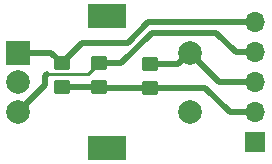
<source format=gbr>
%TF.GenerationSoftware,KiCad,Pcbnew,7.0.6*%
%TF.CreationDate,2023-09-12T23:14:46-07:00*%
%TF.ProjectId,Rotary Encoder Board,526f7461-7279-4204-956e-636f64657220,rev?*%
%TF.SameCoordinates,Original*%
%TF.FileFunction,Copper,L2,Bot*%
%TF.FilePolarity,Positive*%
%FSLAX46Y46*%
G04 Gerber Fmt 4.6, Leading zero omitted, Abs format (unit mm)*
G04 Created by KiCad (PCBNEW 7.0.6) date 2023-09-12 23:14:46*
%MOMM*%
%LPD*%
G01*
G04 APERTURE LIST*
G04 Aperture macros list*
%AMRoundRect*
0 Rectangle with rounded corners*
0 $1 Rounding radius*
0 $2 $3 $4 $5 $6 $7 $8 $9 X,Y pos of 4 corners*
0 Add a 4 corners polygon primitive as box body*
4,1,4,$2,$3,$4,$5,$6,$7,$8,$9,$2,$3,0*
0 Add four circle primitives for the rounded corners*
1,1,$1+$1,$2,$3*
1,1,$1+$1,$4,$5*
1,1,$1+$1,$6,$7*
1,1,$1+$1,$8,$9*
0 Add four rect primitives between the rounded corners*
20,1,$1+$1,$2,$3,$4,$5,0*
20,1,$1+$1,$4,$5,$6,$7,0*
20,1,$1+$1,$6,$7,$8,$9,0*
20,1,$1+$1,$8,$9,$2,$3,0*%
G04 Aperture macros list end*
%TA.AperFunction,ComponentPad*%
%ADD10R,2.000000X2.000000*%
%TD*%
%TA.AperFunction,ComponentPad*%
%ADD11C,2.000000*%
%TD*%
%TA.AperFunction,ComponentPad*%
%ADD12R,3.200000X2.000000*%
%TD*%
%TA.AperFunction,SMDPad,CuDef*%
%ADD13RoundRect,0.250000X-0.450000X0.350000X-0.450000X-0.350000X0.450000X-0.350000X0.450000X0.350000X0*%
%TD*%
%TA.AperFunction,ComponentPad*%
%ADD14R,1.700000X1.700000*%
%TD*%
%TA.AperFunction,ComponentPad*%
%ADD15O,1.700000X1.700000*%
%TD*%
%TA.AperFunction,Conductor*%
%ADD16C,0.508000*%
%TD*%
%TA.AperFunction,Conductor*%
%ADD17C,0.250000*%
%TD*%
G04 APERTURE END LIST*
D10*
%TO.P,SW1,A,A*%
%TO.N,/CLK*%
X132089000Y-84507000D03*
D11*
%TO.P,SW1,B,B*%
%TO.N,/DT*%
X132089000Y-89507000D03*
%TO.P,SW1,C,C*%
%TO.N,GND*%
X132089000Y-87007000D03*
D12*
%TO.P,SW1,MP*%
X139589000Y-81407000D03*
X139589000Y-92607000D03*
D11*
%TO.P,SW1,S1,S1*%
X146589000Y-89507000D03*
%TO.P,SW1,S2,S2*%
%TO.N,/SW*%
X146589000Y-84507000D03*
%TD*%
D13*
%TO.P,R1,1*%
%TO.N,/DT*%
X138897831Y-85400000D03*
%TO.P,R1,2*%
%TO.N,+5V*%
X138897831Y-87400000D03*
%TD*%
%TO.P,R2,1*%
%TO.N,/CLK*%
X135763000Y-85412500D03*
%TO.P,R2,2*%
%TO.N,+5V*%
X135763000Y-87412500D03*
%TD*%
D14*
%TO.P,J1,1,Pin_1*%
%TO.N,GND*%
X152151190Y-92110000D03*
D15*
%TO.P,J1,2,Pin_2*%
%TO.N,+5V*%
X152151190Y-89570000D03*
%TO.P,J1,3,Pin_3*%
%TO.N,/SW*%
X152151190Y-87030000D03*
%TO.P,J1,4,Pin_4*%
%TO.N,/DT*%
X152151190Y-84490000D03*
%TO.P,J1,5,Pin_5*%
%TO.N,/CLK*%
X152151190Y-81950000D03*
%TD*%
D13*
%TO.P,R3,1*%
%TO.N,/SW*%
X143256000Y-85487000D03*
%TO.P,R3,2*%
%TO.N,+5V*%
X143256000Y-87487000D03*
%TD*%
D16*
%TO.N,+5V*%
X147939000Y-87487000D02*
X143256000Y-87487000D01*
X143256000Y-87487000D02*
X138984831Y-87487000D01*
X152151190Y-89570000D02*
X150022000Y-89570000D01*
X135775500Y-87400000D02*
X135763000Y-87412500D01*
X150022000Y-89570000D02*
X147939000Y-87487000D01*
X138984831Y-87487000D02*
X138897831Y-87400000D01*
X138897831Y-87400000D02*
X135775500Y-87400000D01*
%TO.N,/SW*%
X149112000Y-87030000D02*
X146589000Y-84507000D01*
X143256000Y-85487000D02*
X145609000Y-85487000D01*
X152151190Y-87030000D02*
X149112000Y-87030000D01*
X145609000Y-85487000D02*
X146589000Y-84507000D01*
%TO.N,/DT*%
X134366000Y-86487000D02*
X134515500Y-86337500D01*
D17*
X137960331Y-86337500D02*
X138897831Y-85400000D01*
D16*
X140787000Y-85400000D02*
X138897831Y-85400000D01*
X143383000Y-82804000D02*
X140787000Y-85400000D01*
X152151190Y-84490000D02*
X150530000Y-84490000D01*
X134366000Y-87230000D02*
X134366000Y-86487000D01*
X150530000Y-84490000D02*
X148844000Y-82804000D01*
D17*
X137960331Y-86337500D02*
X134515500Y-86337500D01*
D16*
X148844000Y-82804000D02*
X143383000Y-82804000D01*
X132089000Y-89507000D02*
X134366000Y-87230000D01*
%TO.N,/CLK*%
X141351000Y-83693000D02*
X137482500Y-83693000D01*
X143094000Y-81950000D02*
X141351000Y-83693000D01*
X152151190Y-81950000D02*
X143094000Y-81950000D01*
X134857500Y-84507000D02*
X135763000Y-85412500D01*
X137482500Y-83693000D02*
X135763000Y-85412500D01*
X132089000Y-84507000D02*
X134857500Y-84507000D01*
%TD*%
M02*

</source>
